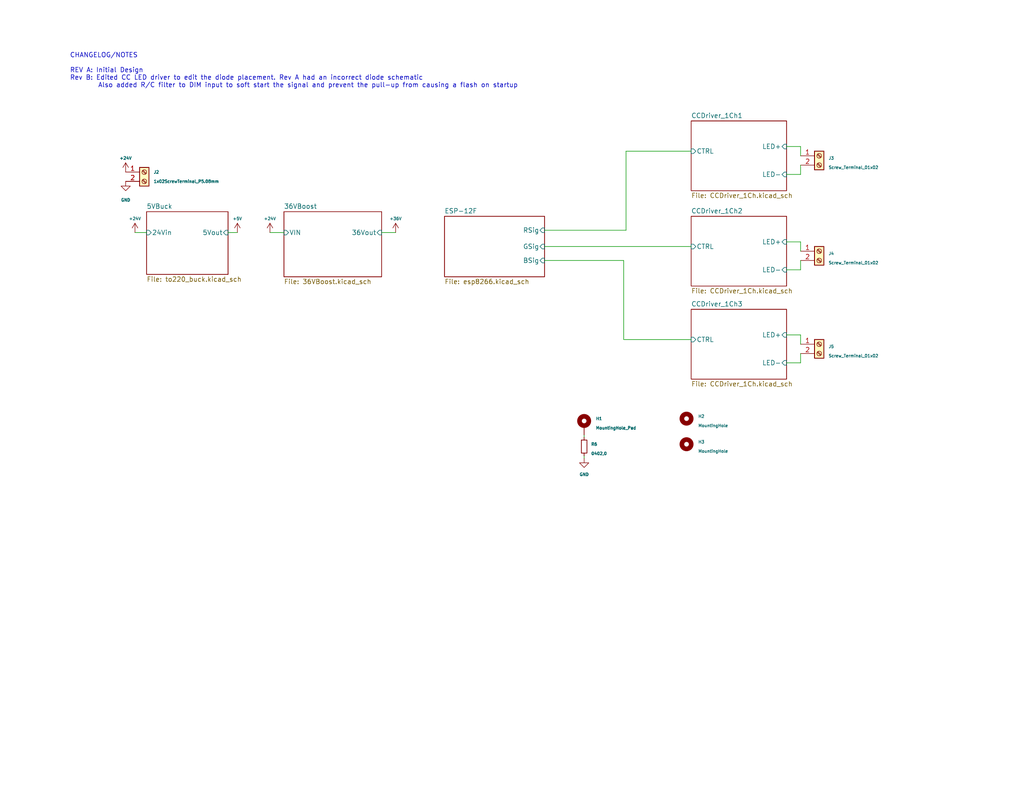
<source format=kicad_sch>
(kicad_sch (version 20230121) (generator eeschema)
  (paper "USLetter")
  (title_block (title "Main") (date "2023-12-01") (rev "B01"))
  (lib_symbols
    (symbol "Connector:Screw_Terminal_01x02" (pin_names (offset 1.016) hide)
      (property "Reference" "J" (at 0 2.54 0))
      (property "Value" "Screw_Terminal_01x02" (at 0 -5.08 0))
      (symbol "Screw_Terminal_01x02_1_1"
        (rectangle (start -1.27 1.27) (end 1.27 -3.81) (stroke (width 0.254)) (fill (type background)))
        (circle (center 0 -2.54) (radius 0.635) (stroke (width 0.1524)))
        (polyline (pts (xy -0.5334 -2.2098) (xy 0.3302 -3.048)) (stroke (width 0.1524)))
        (polyline (pts (xy -0.5334 0.3302) (xy 0.3302 -0.508)) (stroke (width 0.1524)))
        (polyline (pts (xy -0.3556 -2.032) (xy 0.508 -2.8702)) (stroke (width 0.1524)))
        (polyline (pts (xy -0.3556 0.508) (xy 0.508 -0.3302)) (stroke (width 0.1524)))
        (circle (center 0 0) (radius 0.635) (stroke (width 0.1524)))
        (pin passive line (at -5.08 0 0) (length 3.81) (name "Pin_1") (number "1"))
        (pin passive line (at -5.08 -2.54 0) (length 3.81) (name "Pin_2") (number "2"))
      )
    )
    (symbol "Mechanical:MountingHole" (pin_names (offset 1.016))
      (property "Reference" "H" (at 0 5.08 0))
      (property "Value" "MountingHole" (at 0 3.175 0))
      (symbol "MountingHole_0_1"
        (circle (center 0 0) (radius 1.27) (stroke (width 1.27)))
      )
    )
    (symbol "Mechanical:MountingHole_Pad" (pin_numbers hide) (pin_names (offset 1.016) hide)
      (property "Reference" "H" (at 0 6.35 0))
      (property "Value" "MountingHole_Pad" (at 0 4.445 0))
      (symbol "MountingHole_Pad_0_1"
        (circle (center 0 1.27) (radius 1.27) (stroke (width 1.27)))
      )
      (symbol "MountingHole_Pad_1_1"
        (pin input line (at 0 -2.54 90) (length 2.54) (name "1") (number "1"))
      )
    )
    (symbol "jlcpcb-basic-resistor:0402,0"
      (property "Reference" "R" (at 0.762 0.508 0))
      (property "Value" "0402,0" (at 0.762 -1.016 0))
      (symbol "0402,0_0_0"
        (rectangle (start -0.762 1.778) (end 0.762 -1.778) (stroke (width 0.2032)))
        (pin passive line (at 0 2.54 270) (length 0.762) (name "~") (number "1"))
        (pin passive line (at 0 -2.54 90) (length 0.762) (name "~") (number "2"))
      )
    )
    (symbol "power:+24V" (power) (pin_names (offset 0))
      (property "Value" "+24V" (at 0 3.556 0))
      (symbol "+24V_0_1"
        (polyline (pts (xy -0.762 1.27) (xy 0 2.54)))
        (polyline (pts (xy 0 0) (xy 0 2.54)))
        (polyline (pts (xy 0 2.54) (xy 0.762 1.27)))
      )
      (symbol "+24V_1_1"
        (pin power_in line (at 0 0 90) (length 0) hide (name "+24V") (number "1"))
      )
    )
    (symbol "power:+36V" (power) (pin_names (offset 0))
      (property "Value" "+36V" (at 0 3.556 0))
      (symbol "+36V_0_1"
        (polyline (pts (xy -0.762 1.27) (xy 0 2.54)))
        (polyline (pts (xy 0 0) (xy 0 2.54)))
        (polyline (pts (xy 0 2.54) (xy 0.762 1.27)))
      )
      (symbol "+36V_1_1"
        (pin power_in line (at 0 0 90) (length 0) hide (name "+36V") (number "1"))
      )
    )
    (symbol "power:+5V" (power) (pin_names (offset 0))
      (property "Value" "+5V" (at 0 3.556 0))
      (symbol "+5V_0_1"
        (polyline (pts (xy -0.762 1.27) (xy 0 2.54)))
        (polyline (pts (xy 0 0) (xy 0 2.54)))
        (polyline (pts (xy 0 2.54) (xy 0.762 1.27)))
      )
      (symbol "+5V_1_1"
        (pin power_in line (at 0 0 90) (length 0) hide (name "+5V") (number "1"))
      )
    )
    (symbol "power:GND" (power) (pin_names (offset 0))
      (property "Value" "GND" (at 0 -3.81 0))
      (symbol "GND_0_1"
        (polyline (pts (xy 0 0) (xy 0 -1.27) (xy 1.27 -1.27) (xy 0 -2.54) (xy -1.27 -1.27) (xy 0 -1.27)))
      )
      (symbol "GND_1_1"
        (pin power_in line (at 0 0 270) (length 0) hide (name "GND") (number "1"))
      )
    )
  )
  (wire (pts (xy 170.815 41.275) (xy 170.815 62.865)))
  (wire (pts (xy 218.44 73.66) (xy 214.63 73.66)))
  (wire (pts (xy 218.44 47.625) (xy 214.63 47.625)))
  (wire (pts (xy 218.44 91.44) (xy 218.44 93.98)))
  (wire (pts (xy 214.63 66.04) (xy 218.44 66.04)))
  (wire (pts (xy 218.44 66.04) (xy 218.44 68.58)))
  (wire (pts (xy 170.815 62.865) (xy 148.59 62.865)))
  (wire (pts (xy 214.63 91.44) (xy 218.44 91.44)))
  (wire (pts (xy 218.44 45.085) (xy 218.44 47.625)))
  (wire (pts (xy 170.18 92.71) (xy 170.18 71.12)))
  (wire (pts (xy 104.14 63.5) (xy 107.95 63.5)))
  (wire (pts (xy 159.385 119.38) (xy 159.385 118.745)))
  (wire (pts (xy 188.595 92.71) (xy 170.18 92.71)))
  (wire (pts (xy 214.63 40.005) (xy 218.44 40.005)))
  (wire (pts (xy 159.385 125.095) (xy 159.385 124.46)))
  (wire (pts (xy 218.44 99.06) (xy 214.63 99.06)))
  (wire (pts (xy 218.44 40.005) (xy 218.44 42.545)))
  (wire (pts (xy 36.83 63.5) (xy 40.005 63.5)))
  (wire (pts (xy 218.44 96.52) (xy 218.44 99.06)))
  (wire (pts (xy 188.595 41.275) (xy 170.815 41.275)))
  (wire (pts (xy 73.66 63.5) (xy 77.47 63.5)))
  (wire (pts (xy 218.44 71.12) (xy 218.44 73.66)))
  (wire (pts (xy 148.59 67.31) (xy 188.595 67.31)))
  (wire (pts (xy 170.18 71.12) (xy 148.59 71.12)))
  (wire (pts (xy 62.23 63.5) (xy 64.77 63.5)))
  (text "CHANGELOG/NOTES\n\nREV A: Initial Design\nRev B: Edited CC LED driver to edit the diode placement. Rev A had an incorrect diode schematic\n	   Also added R/C filter to DIM input to soft start the signal and prevent the pull-up from causing a flash on startup" (at 19.05 24.13 0) (effects (font (size 1.27 1.27)) (justify left bottom)))
  (symbol (lib_id "Mechanical:MountingHole") (at 187.325 121.285 0) (unit 1) (in_bom no)
    (property "Reference" "H3" (at 190.5 120.65 0) (effects (font (size 0.8 0.8)) (justify left)))
    (property "Value" "MountingHole" (at 190.5 123.19 0) (effects (font (size 0.8 0.8)) (justify left)))
    (property "Footprint" "MountingHole:MountingHole_3.2mm_M3" (effects hide))
  )
  (symbol (lib_id "power:+5V") (at 64.77 63.5 0) (unit 1)
    (property "Reference" "#PWR02" (effects hide))
    (property "Value" "+5V" (at 64.77 59.69 0) (effects (font (size 0.8 0.8))))
  )
  (symbol (lib_id "Mechanical:MountingHole_Pad") (at 159.385 116.205 0) (unit 1) (in_bom no)
    (property "Reference" "H1" (at 162.56 114.3 0) (effects (font (size 0.8 0.8)) (justify left)))
    (property "Value" "MountingHole_Pad" (at 162.56 116.84 0) (effects (font (size 0.8 0.8)) (justify left)))
    (property "Footprint" "MountingHole:MountingHole_3.2mm_M3_DIN965_Pad" (effects hide))
  )
  (symbol (lib_id "power:GND") (at 34.29 49.53 0) (unit 1)
    (property "Reference" "#PWR031" (effects hide))
    (property "Value" "GND" (at 34.29 54.61 0) (effects (font (size 0.8 0.8))))
  )
  (symbol (lib_id "Connector:Screw_Terminal_01x02") (at 39.37 46.99 0) (unit 1)
    (property "Reference" "J2" (at 41.91 46.99 0) (effects (font (size 0.8 0.8)) (justify left)))
    (property "Value" "1x02ScrewTerminal_P5.08mm" (at 41.91 49.53 0) (effects (font (size 0.8 0.8)) (justify left)))
    (property "Footprint" "TerminalBlock_Phoenix:TerminalBlock_Phoenix_MKDS-1,5-2-5.08_1x02_P5.08mm_Horizontal" (effects hide))
  )
  (symbol (lib_id "power:+36V") (at 107.95 63.5 0) (unit 1)
    (property "Reference" "#PWR04" (effects hide))
    (property "Value" "+36V" (at 107.95 59.69 0) (effects (font (size 0.8 0.8))))
  )
  (symbol (lib_id "power:+24V") (at 73.66 63.5 0) (unit 1)
    (property "Reference" "#PWR03" (effects hide))
    (property "Value" "+24V" (at 73.66 59.69 0) (effects (font (size 0.8 0.8))))
  )
  (symbol (lib_id "power:GND") (at 159.385 125.095 0) (unit 1)
    (property "Reference" "#PWR012" (effects hide))
    (property "Value" "GND" (at 159.385 129.54 0) (effects (font (size 0.8 0.8))))
  )
  (symbol (lib_id "Mechanical:MountingHole") (at 187.325 114.3 0) (unit 1) (in_bom no)
    (property "Reference" "H2" (at 190.5 113.665 0) (effects (font (size 0.8 0.8)) (justify left)))
    (property "Value" "MountingHole" (at 190.5 116.205 0) (effects (font (size 0.8 0.8)) (justify left)))
    (property "Footprint" "MountingHole:MountingHole_3.2mm_M3" (effects hide))
  )
  (symbol (lib_id "power:+24V") (at 36.83 63.5 0) (unit 1)
    (property "Reference" "#PWR01" (effects hide))
    (property "Value" "+24V" (at 36.83 59.69 0) (effects (font (size 0.8 0.8))))
  )
  (symbol (lib_id "power:+24V") (at 34.29 46.99 0) (unit 1)
    (property "Reference" "#PWR030" (effects hide))
    (property "Value" "+24V" (at 34.29 43.18 0) (effects (font (size 0.8 0.8))))
  )
  (symbol (lib_id "Connector:Screw_Terminal_01x02") (at 223.52 68.58 0) (unit 1)
    (property "Reference" "J4" (at 226.06 69.215 0) (effects (font (size 0.8 0.8)) (justify left)))
    (property "Value" "Screw_Terminal_01x02" (at 226.06 71.755 0) (effects (font (size 0.8 0.8)) (justify left)))
    (property "Footprint" "TerminalBlock_TE-Connectivity:TerminalBlock_TE_282834-2_1x02_P2.54mm_Horizontal" (effects hide))
    (property "Datasheet" "https://datasheet.lcsc.com/lcsc/2112021230_JILN-JL308-25402G01_C2922597.pdf" (effects hide))
    (property "LCSC" "C2922597" (effects hide))
  )
  (symbol (lib_id "Connector:Screw_Terminal_01x02") (at 223.52 93.98 0) (unit 1)
    (property "Reference" "J5" (at 226.06 94.615 0) (effects (font (size 0.8 0.8)) (justify left)))
    (property "Value" "Screw_Terminal_01x02" (at 226.06 97.155 0) (effects (font (size 0.8 0.8)) (justify left)))
    (property "Footprint" "TerminalBlock_TE-Connectivity:TerminalBlock_TE_282834-2_1x02_P2.54mm_Horizontal" (effects hide))
    (property "Datasheet" "https://datasheet.lcsc.com/lcsc/2112021230_JILN-JL308-25402G01_C2922597.pdf" (effects hide))
    (property "LCSC" "C2922597" (effects hide))
  )
  (symbol (lib_id "jlcpcb-basic-resistor:0402,0") (at 159.385 121.92 0) (unit 1)
    (property "Reference" "R6" (at 161.29 121.285 0) (effects (font (size 0.8 0.8)) (justify left)))
    (property "Value" "0402,0" (at 161.29 123.825 0) (effects (font (size 0.8 0.8)) (justify left)))
    (property "Footprint" "R_0402_1005Metric" (effects hide))
    (property "Datasheet" "https://datasheet.lcsc.com/lcsc/2110251730_UNI-ROYAL-Uniroyal-Elec-0402WGF0000TCE_C17168.pdf" (effects hide))
    (property "LCSC" "C17168" (effects hide))
    (property "MFG" "UNI-ROYAL(Uniroyal Elec)" (effects hide))
    (property "MFGPN" "0402WGF0000TCE" (effects hide))
  )
  (symbol (lib_id "Connector:Screw_Terminal_01x02") (at 223.52 42.545 0) (unit 1)
    (property "Reference" "J3" (at 226.06 43.18 0) (effects (font (size 0.8 0.8)) (justify left)))
    (property "Value" "Screw_Terminal_01x02" (at 226.06 45.72 0) (effects (font (size 0.8 0.8)) (justify left)))
    (property "Footprint" "TerminalBlock_TE-Connectivity:TerminalBlock_TE_282834-2_1x02_P2.54mm_Horizontal" (effects hide))
    (property "Datasheet" "https://datasheet.lcsc.com/lcsc/2112021230_JILN-JL308-25402G01_C2922597.pdf" (effects hide))
    (property "LCSC" "C2922597" (effects hide))
  )
  (sheet (at 188.595 33.02) (size 26.035 19.05) (stroke (width 0.1524))
    (property "Sheetname" "CCDriver_1Ch1" (at 188.595 32.3084 0) (effects (justify left bottom)))
    (property "Sheetfile" "CCDriver_1Ch.kicad_sch" (at 188.595 52.6546 0) (effects (justify left top)))
    (pin "CTRL" input (at 188.595 41.275 180))
    (pin "LED+" input (at 214.63 40.005 0))
    (pin "LED-" input (at 214.63 47.625 0))
  )
  (sheet (at 121.285 59.055) (size 27.305 16.51) (stroke (width 0.1524))
    (property "Sheetname" "ESP-12F" (at 121.285 58.3434 0) (effects (justify left bottom)))
    (property "Sheetfile" "esp8266.kicad_sch" (at 121.285 76.1496 0) (effects (justify left top)))
    (pin "RSig" input (at 148.59 62.865 0))
    (pin "GSig" input (at 148.59 67.31 0))
    (pin "BSig" input (at 148.59 71.12 0))
  )
  (sheet (at 188.595 59.055) (size 26.035 19.05) (stroke (width 0.1524))
    (property "Sheetname" "CCDriver_1Ch2" (at 188.595 58.3434 0) (effects (justify left bottom)))
    (property "Sheetfile" "CCDriver_1Ch.kicad_sch" (at 188.595 78.6896 0) (effects (justify left top)))
    (pin "CTRL" input (at 188.595 67.31 180))
    (pin "LED+" input (at 214.63 66.04 0))
    (pin "LED-" input (at 214.63 73.66 0))
  )
  (sheet (at 40.005 57.785) (size 22.225 17.145) (stroke (width 0.1524))
    (property "Sheetname" "5VBuck" (at 40.005 57.0734 0) (effects (justify left bottom)))
    (property "Sheetfile" "to220_buck.kicad_sch" (at 40.005 75.5146 0) (effects (justify left top)))
    (pin "24Vin" input (at 40.005 63.5 180))
    (pin "5Vout" input (at 62.23 63.5 0))
  )
  (sheet (at 188.595 84.455) (size 26.035 19.05) (stroke (width 0.1524))
    (property "Sheetname" "CCDriver_1Ch3" (at 188.595 83.7434 0) (effects (justify left bottom)))
    (property "Sheetfile" "CCDriver_1Ch.kicad_sch" (at 188.595 104.0896 0) (effects (justify left top)))
    (pin "CTRL" input (at 188.595 92.71 180))
    (pin "LED+" input (at 214.63 91.44 0))
    (pin "LED-" input (at 214.63 99.06 0))
  )
  (sheet (at 77.47 57.785) (size 26.67 17.78) (stroke (width 0.1524))
    (property "Sheetname" "36VBoost" (at 77.47 57.0734 0) (effects (justify left bottom)))
    (property "Sheetfile" "36VBoost.kicad_sch" (at 77.47 76.1496 0) (effects (justify left top)))
    (pin "VIN" input (at 77.47 63.5 180))
    (pin "36Vout" input (at 104.14 63.5 0))
  )
)
</source>
